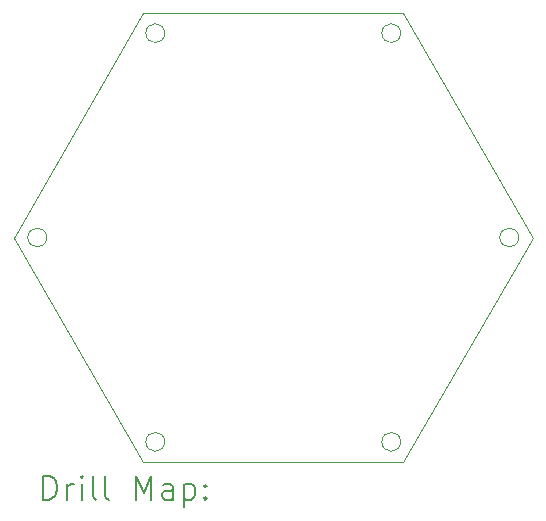
<source format=gbr>
%TF.GenerationSoftware,KiCad,Pcbnew,(6.0.8-1)-1*%
%TF.CreationDate,2022-11-16T20:26:14-05:00*%
%TF.ProjectId,Untitled,556e7469-746c-4656-942e-6b696361645f,rev?*%
%TF.SameCoordinates,Original*%
%TF.FileFunction,Drillmap*%
%TF.FilePolarity,Positive*%
%FSLAX45Y45*%
G04 Gerber Fmt 4.5, Leading zero omitted, Abs format (unit mm)*
G04 Created by KiCad (PCBNEW (6.0.8-1)-1) date 2022-11-16 20:26:14*
%MOMM*%
%LPD*%
G01*
G04 APERTURE LIST*
%ADD10C,0.100000*%
%ADD11C,0.200000*%
G04 APERTURE END LIST*
D10*
X9455000Y-7531000D02*
G75*
G03*
X9455000Y-7531000I-80000J0D01*
G01*
X8456000Y-5801000D02*
G75*
G03*
X8456000Y-5801000I-80000J0D01*
G01*
X9275000Y-3898000D02*
X8176000Y-5801000D01*
X11453000Y-7531000D02*
G75*
G03*
X11453000Y-7531000I-80000J0D01*
G01*
X11473000Y-3898000D02*
X9275000Y-3898000D01*
X9275000Y-7704000D02*
X11473000Y-7704000D01*
X8176000Y-5801000D02*
X9275000Y-7704000D01*
X12572000Y-5801000D02*
X11473000Y-7704000D01*
X12452000Y-5801000D02*
G75*
G03*
X12452000Y-5801000I-80000J0D01*
G01*
X11453000Y-4071000D02*
G75*
G03*
X11453000Y-4071000I-80000J0D01*
G01*
X9455000Y-4071000D02*
G75*
G03*
X9455000Y-4071000I-80000J0D01*
G01*
X12572000Y-5801000D02*
X11473000Y-3898000D01*
D11*
X8428619Y-8019476D02*
X8428619Y-7819476D01*
X8476238Y-7819476D01*
X8504810Y-7829000D01*
X8523857Y-7848048D01*
X8533381Y-7867095D01*
X8542905Y-7905190D01*
X8542905Y-7933762D01*
X8533381Y-7971857D01*
X8523857Y-7990905D01*
X8504810Y-8009952D01*
X8476238Y-8019476D01*
X8428619Y-8019476D01*
X8628619Y-8019476D02*
X8628619Y-7886143D01*
X8628619Y-7924238D02*
X8638143Y-7905190D01*
X8647667Y-7895667D01*
X8666714Y-7886143D01*
X8685762Y-7886143D01*
X8752429Y-8019476D02*
X8752429Y-7886143D01*
X8752429Y-7819476D02*
X8742905Y-7829000D01*
X8752429Y-7838524D01*
X8761952Y-7829000D01*
X8752429Y-7819476D01*
X8752429Y-7838524D01*
X8876238Y-8019476D02*
X8857190Y-8009952D01*
X8847667Y-7990905D01*
X8847667Y-7819476D01*
X8981000Y-8019476D02*
X8961952Y-8009952D01*
X8952429Y-7990905D01*
X8952429Y-7819476D01*
X9209571Y-8019476D02*
X9209571Y-7819476D01*
X9276238Y-7962333D01*
X9342905Y-7819476D01*
X9342905Y-8019476D01*
X9523857Y-8019476D02*
X9523857Y-7914714D01*
X9514333Y-7895667D01*
X9495286Y-7886143D01*
X9457190Y-7886143D01*
X9438143Y-7895667D01*
X9523857Y-8009952D02*
X9504810Y-8019476D01*
X9457190Y-8019476D01*
X9438143Y-8009952D01*
X9428619Y-7990905D01*
X9428619Y-7971857D01*
X9438143Y-7952809D01*
X9457190Y-7943286D01*
X9504810Y-7943286D01*
X9523857Y-7933762D01*
X9619095Y-7886143D02*
X9619095Y-8086143D01*
X9619095Y-7895667D02*
X9638143Y-7886143D01*
X9676238Y-7886143D01*
X9695286Y-7895667D01*
X9704810Y-7905190D01*
X9714333Y-7924238D01*
X9714333Y-7981381D01*
X9704810Y-8000428D01*
X9695286Y-8009952D01*
X9676238Y-8019476D01*
X9638143Y-8019476D01*
X9619095Y-8009952D01*
X9800048Y-8000428D02*
X9809571Y-8009952D01*
X9800048Y-8019476D01*
X9790524Y-8009952D01*
X9800048Y-8000428D01*
X9800048Y-8019476D01*
X9800048Y-7895667D02*
X9809571Y-7905190D01*
X9800048Y-7914714D01*
X9790524Y-7905190D01*
X9800048Y-7895667D01*
X9800048Y-7914714D01*
M02*

</source>
